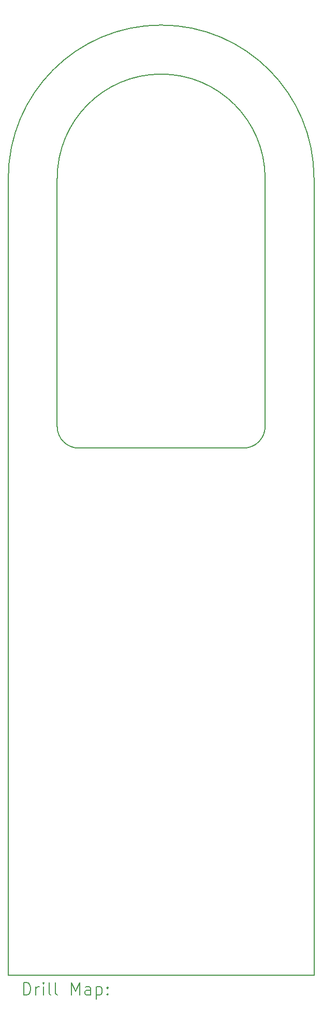
<source format=gbr>
%TF.GenerationSoftware,KiCad,Pcbnew,7.0.7*%
%TF.CreationDate,2024-10-25T09:45:07+02:00*%
%TF.ProjectId,Benhui_Tongue,42656e68-7569-45f5-946f-6e6775652e6b,rev?*%
%TF.SameCoordinates,Original*%
%TF.FileFunction,Drillmap*%
%TF.FilePolarity,Positive*%
%FSLAX45Y45*%
G04 Gerber Fmt 4.5, Leading zero omitted, Abs format (unit mm)*
G04 Created by KiCad (PCBNEW 7.0.7) date 2024-10-25 09:45:07*
%MOMM*%
%LPD*%
G01*
G04 APERTURE LIST*
%ADD10C,0.200000*%
G04 APERTURE END LIST*
D10*
X10220000Y-8960000D02*
G75*
G03*
X10570000Y-9310000I350000J0D01*
G01*
X13620000Y-4910000D02*
X13620000Y-8960000D01*
X13270000Y-9310000D02*
X10570000Y-9310000D01*
X13270000Y-9310000D02*
G75*
G03*
X13620000Y-8960000I0J350000D01*
G01*
X9420000Y-17910000D02*
X14420000Y-17910000D01*
X14420000Y-17910000D02*
X14420000Y-4910000D01*
X13620000Y-4910000D02*
G75*
G03*
X10220000Y-4910000I-1700000J0D01*
G01*
X14420000Y-4910000D02*
G75*
G03*
X9420000Y-4910000I-2500000J0D01*
G01*
X9420000Y-4910000D02*
X9420000Y-17910000D01*
X10220000Y-8960000D02*
X10220000Y-4910000D01*
X9670777Y-18231484D02*
X9670777Y-18031484D01*
X9670777Y-18031484D02*
X9718396Y-18031484D01*
X9718396Y-18031484D02*
X9746967Y-18041008D01*
X9746967Y-18041008D02*
X9766015Y-18060055D01*
X9766015Y-18060055D02*
X9775539Y-18079103D01*
X9775539Y-18079103D02*
X9785063Y-18117198D01*
X9785063Y-18117198D02*
X9785063Y-18145770D01*
X9785063Y-18145770D02*
X9775539Y-18183865D01*
X9775539Y-18183865D02*
X9766015Y-18202912D01*
X9766015Y-18202912D02*
X9746967Y-18221960D01*
X9746967Y-18221960D02*
X9718396Y-18231484D01*
X9718396Y-18231484D02*
X9670777Y-18231484D01*
X9870777Y-18231484D02*
X9870777Y-18098150D01*
X9870777Y-18136246D02*
X9880301Y-18117198D01*
X9880301Y-18117198D02*
X9889824Y-18107674D01*
X9889824Y-18107674D02*
X9908872Y-18098150D01*
X9908872Y-18098150D02*
X9927920Y-18098150D01*
X9994586Y-18231484D02*
X9994586Y-18098150D01*
X9994586Y-18031484D02*
X9985063Y-18041008D01*
X9985063Y-18041008D02*
X9994586Y-18050531D01*
X9994586Y-18050531D02*
X10004110Y-18041008D01*
X10004110Y-18041008D02*
X9994586Y-18031484D01*
X9994586Y-18031484D02*
X9994586Y-18050531D01*
X10118396Y-18231484D02*
X10099348Y-18221960D01*
X10099348Y-18221960D02*
X10089824Y-18202912D01*
X10089824Y-18202912D02*
X10089824Y-18031484D01*
X10223158Y-18231484D02*
X10204110Y-18221960D01*
X10204110Y-18221960D02*
X10194586Y-18202912D01*
X10194586Y-18202912D02*
X10194586Y-18031484D01*
X10451729Y-18231484D02*
X10451729Y-18031484D01*
X10451729Y-18031484D02*
X10518396Y-18174341D01*
X10518396Y-18174341D02*
X10585063Y-18031484D01*
X10585063Y-18031484D02*
X10585063Y-18231484D01*
X10766015Y-18231484D02*
X10766015Y-18126722D01*
X10766015Y-18126722D02*
X10756491Y-18107674D01*
X10756491Y-18107674D02*
X10737444Y-18098150D01*
X10737444Y-18098150D02*
X10699348Y-18098150D01*
X10699348Y-18098150D02*
X10680301Y-18107674D01*
X10766015Y-18221960D02*
X10746967Y-18231484D01*
X10746967Y-18231484D02*
X10699348Y-18231484D01*
X10699348Y-18231484D02*
X10680301Y-18221960D01*
X10680301Y-18221960D02*
X10670777Y-18202912D01*
X10670777Y-18202912D02*
X10670777Y-18183865D01*
X10670777Y-18183865D02*
X10680301Y-18164817D01*
X10680301Y-18164817D02*
X10699348Y-18155293D01*
X10699348Y-18155293D02*
X10746967Y-18155293D01*
X10746967Y-18155293D02*
X10766015Y-18145770D01*
X10861253Y-18098150D02*
X10861253Y-18298150D01*
X10861253Y-18107674D02*
X10880301Y-18098150D01*
X10880301Y-18098150D02*
X10918396Y-18098150D01*
X10918396Y-18098150D02*
X10937444Y-18107674D01*
X10937444Y-18107674D02*
X10946967Y-18117198D01*
X10946967Y-18117198D02*
X10956491Y-18136246D01*
X10956491Y-18136246D02*
X10956491Y-18193389D01*
X10956491Y-18193389D02*
X10946967Y-18212436D01*
X10946967Y-18212436D02*
X10937444Y-18221960D01*
X10937444Y-18221960D02*
X10918396Y-18231484D01*
X10918396Y-18231484D02*
X10880301Y-18231484D01*
X10880301Y-18231484D02*
X10861253Y-18221960D01*
X11042205Y-18212436D02*
X11051729Y-18221960D01*
X11051729Y-18221960D02*
X11042205Y-18231484D01*
X11042205Y-18231484D02*
X11032682Y-18221960D01*
X11032682Y-18221960D02*
X11042205Y-18212436D01*
X11042205Y-18212436D02*
X11042205Y-18231484D01*
X11042205Y-18107674D02*
X11051729Y-18117198D01*
X11051729Y-18117198D02*
X11042205Y-18126722D01*
X11042205Y-18126722D02*
X11032682Y-18117198D01*
X11032682Y-18117198D02*
X11042205Y-18107674D01*
X11042205Y-18107674D02*
X11042205Y-18126722D01*
M02*

</source>
